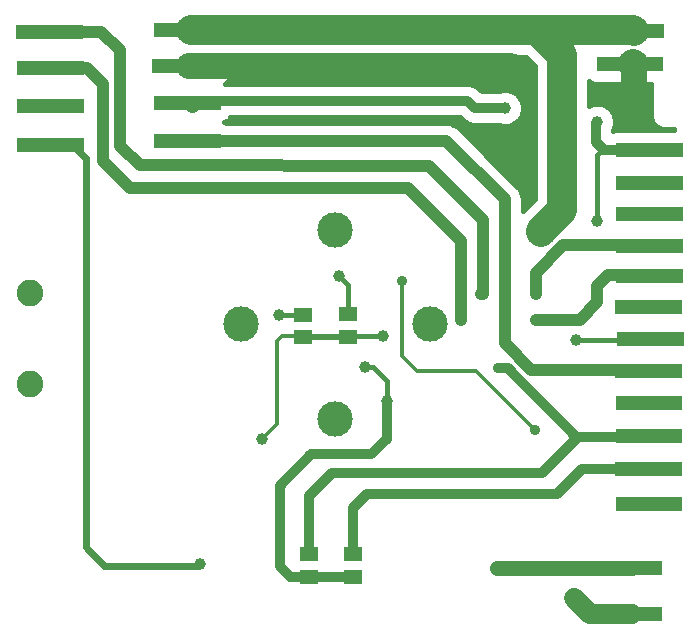
<source format=gbr>
G04 #@! TF.FileFunction,Copper,L1,Top,Signal*
%FSLAX46Y46*%
G04 Gerber Fmt 4.6, Leading zero omitted, Abs format (unit mm)*
G04 Created by KiCad (PCBNEW 4.0.6) date 05/08/17 07:17:45*
%MOMM*%
%LPD*%
G01*
G04 APERTURE LIST*
%ADD10C,0.100000*%
%ADD11R,1.500000X1.300000*%
%ADD12C,1.100000*%
%ADD13R,0.635000X1.270000*%
%ADD14C,3.000000*%
%ADD15C,0.906400*%
%ADD16C,2.250000*%
%ADD17C,1.006400*%
%ADD18C,1.016000*%
%ADD19C,0.406400*%
%ADD20C,2.540000*%
%ADD21C,0.304800*%
%ADD22C,0.812800*%
%ADD23C,1.270000*%
%ADD24C,2.184400*%
%ADD25C,0.609600*%
%ADD26C,1.676400*%
%ADD27C,0.350000*%
G04 APERTURE END LIST*
D10*
D11*
X115471300Y-104449900D03*
X115471300Y-106349900D03*
D12*
X145062300Y-90490100D03*
D13*
X145443300Y-90490100D03*
X146078300Y-90490100D03*
X144808300Y-90490100D03*
X144173300Y-90490100D03*
X143538300Y-90490100D03*
X146675200Y-90490100D03*
X147272100Y-90490100D03*
X142916000Y-90490100D03*
X142293700Y-90490100D03*
D12*
X143452700Y-80411500D03*
D13*
X143833700Y-80411500D03*
X144468700Y-80411500D03*
X143198700Y-80411500D03*
X142563700Y-80411500D03*
X141928700Y-80411500D03*
X145065600Y-80411500D03*
X145662500Y-80411500D03*
X141306400Y-80411500D03*
X140684100Y-80411500D03*
D12*
X145138500Y-106466700D03*
D13*
X145519500Y-106466700D03*
X146154500Y-106466700D03*
X144884500Y-106466700D03*
X144249500Y-106466700D03*
X143614500Y-106466700D03*
X146751400Y-106466700D03*
X147348300Y-106466700D03*
X142992200Y-106466700D03*
X142369900Y-106466700D03*
D12*
X145011500Y-109235300D03*
D13*
X145392500Y-109235300D03*
X146027500Y-109235300D03*
X144757500Y-109235300D03*
X144122500Y-109235300D03*
X143487500Y-109235300D03*
X146624400Y-109235300D03*
X147221300Y-109235300D03*
X142865200Y-109235300D03*
X142242900Y-109235300D03*
D12*
X145062300Y-95900300D03*
D13*
X145443300Y-95900300D03*
X146078300Y-95900300D03*
X144808300Y-95900300D03*
X144173300Y-95900300D03*
X143538300Y-95900300D03*
X146675200Y-95900300D03*
X147272100Y-95900300D03*
X142916000Y-95900300D03*
X142293700Y-95900300D03*
D12*
X145036900Y-120512900D03*
D13*
X145417900Y-120512900D03*
X146052900Y-120512900D03*
X144782900Y-120512900D03*
X144147900Y-120512900D03*
X143512900Y-120512900D03*
X146649800Y-120512900D03*
X147246700Y-120512900D03*
X142890600Y-120512900D03*
X142268300Y-120512900D03*
D12*
X145011500Y-103799700D03*
D13*
X145392500Y-103799700D03*
X146027500Y-103799700D03*
X144757500Y-103799700D03*
X144122500Y-103799700D03*
X143487500Y-103799700D03*
X146624400Y-103799700D03*
X147221300Y-103799700D03*
X142865200Y-103799700D03*
X142242900Y-103799700D03*
D12*
X145036900Y-111902300D03*
D13*
X145417900Y-111902300D03*
X146052900Y-111902300D03*
X144782900Y-111902300D03*
X144147900Y-111902300D03*
X143512900Y-111902300D03*
X146649800Y-111902300D03*
X147246700Y-111902300D03*
X142890600Y-111902300D03*
X142268300Y-111902300D03*
D12*
X145036900Y-114696300D03*
D13*
X145417900Y-114696300D03*
X146052900Y-114696300D03*
X144782900Y-114696300D03*
X144147900Y-114696300D03*
X143512900Y-114696300D03*
X146649800Y-114696300D03*
X147246700Y-114696300D03*
X142890600Y-114696300D03*
X142268300Y-114696300D03*
D12*
X145062300Y-98592700D03*
D13*
X145443300Y-98592700D03*
X146078300Y-98592700D03*
X144808300Y-98592700D03*
X144173300Y-98592700D03*
X143538300Y-98592700D03*
X146675200Y-98592700D03*
X147272100Y-98592700D03*
X142916000Y-98592700D03*
X142293700Y-98592700D03*
D12*
X143308700Y-129776100D03*
D13*
X143689700Y-129776100D03*
X144324700Y-129776100D03*
X143054700Y-129776100D03*
X142419700Y-129776100D03*
X141784700Y-129776100D03*
X144921600Y-129776100D03*
X145518500Y-129776100D03*
X141162400Y-129776100D03*
X140540100Y-129776100D03*
D12*
X143351700Y-125931900D03*
D13*
X143732700Y-125931900D03*
X144367700Y-125931900D03*
X143097700Y-125931900D03*
X142462700Y-125931900D03*
X141827700Y-125931900D03*
X144964600Y-125931900D03*
X145561500Y-125931900D03*
X141205400Y-125931900D03*
X140583100Y-125931900D03*
D12*
X145087700Y-93309500D03*
D13*
X145468700Y-93309500D03*
X146103700Y-93309500D03*
X144833700Y-93309500D03*
X144198700Y-93309500D03*
X143563700Y-93309500D03*
X146700600Y-93309500D03*
X147297500Y-93309500D03*
X142941400Y-93309500D03*
X142319100Y-93309500D03*
D11*
X119281300Y-106324500D03*
X119281300Y-104424500D03*
D12*
X143426900Y-83259900D03*
D13*
X143807900Y-83259900D03*
X144442900Y-83259900D03*
X143172900Y-83259900D03*
X142537900Y-83259900D03*
X141902900Y-83259900D03*
X145039800Y-83259900D03*
X145636700Y-83259900D03*
X141280600Y-83259900D03*
X140658300Y-83259900D03*
D12*
X145011500Y-117490300D03*
D13*
X145392500Y-117490300D03*
X146027500Y-117490300D03*
X144757500Y-117490300D03*
X144122500Y-117490300D03*
X143487500Y-117490300D03*
X146624400Y-117490300D03*
X147221300Y-117490300D03*
X142865200Y-117490300D03*
X142242900Y-117490300D03*
D12*
X145087700Y-101158100D03*
D13*
X145468700Y-101158100D03*
X146103700Y-101158100D03*
X144833700Y-101158100D03*
X144198700Y-101158100D03*
X143563700Y-101158100D03*
X146700600Y-101158100D03*
X147297500Y-101158100D03*
X142941400Y-101158100D03*
X142319100Y-101158100D03*
D11*
X119741100Y-124714900D03*
X119741100Y-126614900D03*
X116019500Y-124722300D03*
X116019500Y-126622300D03*
D12*
X105812100Y-83378900D03*
D13*
X106193100Y-83378900D03*
X106828100Y-83378900D03*
X105558100Y-83378900D03*
X104923100Y-83378900D03*
X104288100Y-83378900D03*
X107425000Y-83378900D03*
X108021900Y-83378900D03*
X103665800Y-83378900D03*
X103043500Y-83378900D03*
D12*
X105967100Y-80342900D03*
D13*
X106348100Y-80342900D03*
X106983100Y-80342900D03*
X105713100Y-80342900D03*
X105078100Y-80342900D03*
X104443100Y-80342900D03*
X107580000Y-80342900D03*
X108176900Y-80342900D03*
X103820800Y-80342900D03*
X103198500Y-80342900D03*
D12*
X94338100Y-86737900D03*
D13*
X94719100Y-86737900D03*
X95354100Y-86737900D03*
X94084100Y-86737900D03*
X93449100Y-86737900D03*
X92814100Y-86737900D03*
X95951000Y-86737900D03*
X96547900Y-86737900D03*
X92191800Y-86737900D03*
X91569500Y-86737900D03*
D12*
X94371100Y-90044900D03*
D13*
X94752100Y-90044900D03*
X95387100Y-90044900D03*
X94117100Y-90044900D03*
X93482100Y-90044900D03*
X92847100Y-90044900D03*
X95984000Y-90044900D03*
X96580900Y-90044900D03*
X92224800Y-90044900D03*
X91602500Y-90044900D03*
D12*
X105967100Y-86521900D03*
D13*
X106348100Y-86521900D03*
X106983100Y-86521900D03*
X105713100Y-86521900D03*
X105078100Y-86521900D03*
X104443100Y-86521900D03*
X107580000Y-86521900D03*
X108176900Y-86521900D03*
X103820800Y-86521900D03*
X103198500Y-86521900D03*
D12*
X94313100Y-80550900D03*
D13*
X94694100Y-80550900D03*
X95329100Y-80550900D03*
X94059100Y-80550900D03*
X93424100Y-80550900D03*
X92789100Y-80550900D03*
X95926000Y-80550900D03*
X96522900Y-80550900D03*
X92166800Y-80550900D03*
X91544500Y-80550900D03*
D12*
X94363100Y-83584900D03*
D13*
X94744100Y-83584900D03*
X95379100Y-83584900D03*
X94109100Y-83584900D03*
X93474100Y-83584900D03*
X92839100Y-83584900D03*
X95976000Y-83584900D03*
X96572900Y-83584900D03*
X92216800Y-83584900D03*
X91594500Y-83584900D03*
D12*
X105966100Y-89744900D03*
D13*
X106347100Y-89744900D03*
X106982100Y-89744900D03*
X105712100Y-89744900D03*
X105077100Y-89744900D03*
X104442100Y-89744900D03*
X107579000Y-89744900D03*
X108175900Y-89744900D03*
X103819800Y-89744900D03*
X103197500Y-89744900D03*
D14*
X110188100Y-105272900D03*
X118189100Y-97246500D03*
X126190100Y-105272900D03*
X118189100Y-113273900D03*
D15*
X130537100Y-102733900D03*
X135177100Y-102659900D03*
D16*
X92380100Y-102598900D03*
X92380100Y-110332900D03*
D17*
X113439300Y-104460100D03*
X135635100Y-97457900D03*
X122283100Y-106286900D03*
X111981600Y-114983400D03*
X122574700Y-111757100D03*
X120703700Y-108898100D03*
X140374100Y-88103900D03*
X132582100Y-86962900D03*
X140328100Y-96544900D03*
X138565700Y-106575300D03*
X143477100Y-86995900D03*
X133095100Y-83372900D03*
X94338100Y-86737900D03*
X138389100Y-128427900D03*
X106777100Y-125512900D03*
X131899100Y-125928900D03*
X118493900Y-101132700D03*
D15*
X131971100Y-108993900D03*
X123822100Y-101563900D03*
X135072100Y-114230900D03*
X138812100Y-117792900D03*
X128828100Y-104896900D03*
X135177100Y-104854900D03*
D18*
X105966100Y-89744900D02*
X127607100Y-89744900D01*
X127607100Y-89744900D02*
X132550100Y-94687900D01*
X132550100Y-94687900D02*
X132550100Y-106833900D01*
X132550100Y-106833900D02*
X134813100Y-109096900D01*
X134813100Y-109096900D02*
X144873100Y-109096900D01*
X144873100Y-109096900D02*
X145011500Y-109235300D01*
X94313100Y-80550900D02*
X98365100Y-80550900D01*
X98365100Y-80550900D02*
X99996100Y-82035900D01*
X99996100Y-82035900D02*
X99996100Y-90156900D01*
X99996100Y-90156900D02*
X101675100Y-91761900D01*
X101675100Y-91761900D02*
X126118100Y-91835900D01*
X126118100Y-91835900D02*
X130716100Y-96466900D01*
X130716100Y-96466900D02*
X130697100Y-102682900D01*
X130697100Y-102682900D02*
X130537100Y-102733900D01*
X135177100Y-102659900D02*
X135177100Y-100900900D01*
X135177100Y-100900900D02*
X137513100Y-98564900D01*
X137513100Y-98564900D02*
X145034500Y-98564900D01*
X145034500Y-98564900D02*
X145062300Y-98592700D01*
D19*
X115471300Y-104449900D02*
X113474900Y-104449900D01*
X113474900Y-104449900D02*
X113439300Y-104460100D01*
X115496700Y-106324500D02*
X115471300Y-106349900D01*
X115496700Y-106324500D02*
X119281300Y-106324500D01*
D20*
X105967100Y-80342900D02*
X135271100Y-80342900D01*
X135271100Y-80342900D02*
X143384100Y-80342900D01*
X143384100Y-80342900D02*
X143452700Y-80411500D01*
X135635100Y-97457900D02*
X135635100Y-97363900D01*
X135635100Y-97363900D02*
X137412100Y-95586900D01*
X137412100Y-95586900D02*
X137412100Y-82483900D01*
X137412100Y-82483900D02*
X135271100Y-80342900D01*
D21*
X119281300Y-106324500D02*
X122245500Y-106324500D01*
X122245500Y-106324500D02*
X122283100Y-106286900D01*
X122283100Y-106286900D02*
X113649100Y-106286900D01*
X113649100Y-106286900D02*
X113262100Y-106673900D01*
X113262100Y-106673900D02*
X113262100Y-113702900D01*
X113262100Y-113702900D02*
X111981600Y-114983400D01*
D22*
X119741100Y-126614900D02*
X116026900Y-126614900D01*
X116026900Y-126614900D02*
X116019500Y-126622300D01*
X119741100Y-126614900D02*
X114357100Y-126614900D01*
X114357100Y-126614900D02*
X113483100Y-125740900D01*
X113483100Y-125740900D02*
X113483100Y-118979900D01*
X113483100Y-118979900D02*
X116187100Y-116240900D01*
X116187100Y-116240900D02*
X121248100Y-116240900D01*
X121248100Y-116240900D02*
X122543100Y-114992900D01*
X122543100Y-114992900D02*
X122543100Y-112197500D01*
X122543100Y-112197500D02*
X122574700Y-111757100D01*
X119514100Y-126841900D02*
X119741100Y-126614900D01*
D23*
X106099100Y-86653900D02*
X105967100Y-86521900D01*
D19*
X120703700Y-108898100D02*
X121437300Y-108898100D01*
X121437300Y-108898100D02*
X122599100Y-110059900D01*
X122599100Y-110059900D02*
X122599100Y-111732700D01*
X122599100Y-111732700D02*
X122574700Y-111757100D01*
D22*
X145062300Y-90490100D02*
X140981300Y-90490100D01*
X140981300Y-90490100D02*
X140876100Y-90384900D01*
X140876100Y-90384900D02*
X140283100Y-89791900D01*
X140283100Y-89791900D02*
X140283100Y-88194900D01*
X140283100Y-88194900D02*
X140374100Y-88103900D01*
X132582100Y-86962900D02*
X130031100Y-86962900D01*
X130031100Y-86962900D02*
X129393100Y-86324900D01*
X129393100Y-86324900D02*
X106164100Y-86324900D01*
X106164100Y-86324900D02*
X105967100Y-86521900D01*
D19*
X140328100Y-96544900D02*
X140328100Y-90932900D01*
X140328100Y-90932900D02*
X140876100Y-90384900D01*
X138565700Y-106575300D02*
X145036900Y-106568300D01*
X145036900Y-106568300D02*
X145138500Y-106466700D01*
D24*
X143477100Y-86995900D02*
X143477100Y-83310100D01*
D20*
X143477100Y-83310100D02*
X143426900Y-83259900D01*
D24*
X105812100Y-83378900D02*
X133089100Y-83378900D01*
X133089100Y-83378900D02*
X133095100Y-83372900D01*
D25*
X94338100Y-86737900D02*
X95704100Y-86737900D01*
X95704100Y-86737900D02*
X95788100Y-86653900D01*
X95788100Y-86653900D02*
X94422100Y-86653900D01*
X94422100Y-86653900D02*
X94338100Y-86737900D01*
D26*
X143308700Y-129776100D02*
X139737300Y-129776100D01*
X139737300Y-129776100D02*
X138389100Y-128427900D01*
D25*
X94371100Y-90044900D02*
X95911100Y-90044900D01*
X95911100Y-90044900D02*
X97063100Y-91196900D01*
X97063100Y-91196900D02*
X97063100Y-124134900D01*
X97063100Y-124134900D02*
X98638100Y-125709900D01*
X98638100Y-125709900D02*
X106580100Y-125709900D01*
X106580100Y-125709900D02*
X106777100Y-125512900D01*
D23*
X143351700Y-125931900D02*
X131902100Y-125931900D01*
X131902100Y-125931900D02*
X131899100Y-125928900D01*
D19*
X119281300Y-104424500D02*
X119281300Y-101920100D01*
X119281300Y-101920100D02*
X118493900Y-101132700D01*
D22*
X116019500Y-124722300D02*
X116019500Y-119788500D01*
X116019500Y-119788500D02*
X117923100Y-117884900D01*
X117923100Y-117884900D02*
X135676100Y-117884900D01*
X135676100Y-117884900D02*
X138691600Y-114869400D01*
X138691600Y-114869400D02*
X138782100Y-114778900D01*
X138782100Y-114778900D02*
X144954300Y-114778900D01*
X144954300Y-114778900D02*
X145036900Y-114696300D01*
X131971100Y-108993900D02*
X132816100Y-108993900D01*
X132816100Y-108993900D02*
X138691600Y-114869400D01*
X119741100Y-124714900D02*
X119741100Y-120811900D01*
X119741100Y-120811900D02*
X120902100Y-119650900D01*
X120902100Y-119650900D02*
X136954100Y-119650900D01*
X136954100Y-119650900D02*
X138812100Y-117792900D01*
X138812100Y-117792900D02*
X139086100Y-117518900D01*
X139086100Y-117518900D02*
X144982900Y-117518900D01*
X144982900Y-117518900D02*
X145011500Y-117490300D01*
D27*
X123822100Y-101563900D02*
X123822100Y-107959900D01*
X123822100Y-107959900D02*
X125099100Y-109236900D01*
X125099100Y-109236900D02*
X130078100Y-109236900D01*
X130078100Y-109236900D02*
X135072100Y-114230900D01*
D18*
X94363100Y-83584900D02*
X97160100Y-83584900D01*
X97160100Y-83584900D02*
X98536100Y-84887900D01*
X98536100Y-84887900D02*
X98536100Y-91474900D01*
X98536100Y-91474900D02*
X100799100Y-93737900D01*
X100799100Y-93737900D02*
X124366100Y-93737900D01*
X124366100Y-93737900D02*
X128827100Y-98198900D01*
X128827100Y-98198900D02*
X128827100Y-103247900D01*
X128827100Y-103247900D02*
X128828100Y-104896900D01*
X135177100Y-104854900D02*
X138897100Y-104854900D01*
X138897100Y-104854900D02*
X140360100Y-103391900D01*
X140360100Y-103391900D02*
X140360100Y-101999900D01*
X140360100Y-101999900D02*
X141309100Y-101050900D01*
X141309100Y-101050900D02*
X145194900Y-101050900D01*
X146053100Y-101050900D02*
X145194900Y-101050900D01*
X145194900Y-101050900D02*
X145087700Y-101158100D01*
D19*
G36*
X135126100Y-83430792D02*
X135126100Y-94640008D01*
X134074100Y-95692008D01*
X134074100Y-94687900D01*
X134060362Y-94547785D01*
X134048094Y-94407559D01*
X134045858Y-94399863D01*
X134045076Y-94391887D01*
X134004382Y-94257102D01*
X133965112Y-94121936D01*
X133961425Y-94114823D01*
X133959108Y-94107149D01*
X133893010Y-93982837D01*
X133828234Y-93857870D01*
X133823235Y-93851607D01*
X133819472Y-93844531D01*
X133730451Y-93735381D01*
X133642671Y-93625421D01*
X133631680Y-93614274D01*
X133631486Y-93614037D01*
X133631266Y-93613855D01*
X133627731Y-93610270D01*
X128684731Y-88667269D01*
X128575935Y-88577903D01*
X128468110Y-88487427D01*
X128461087Y-88483566D01*
X128454895Y-88478480D01*
X128330833Y-88411959D01*
X128207467Y-88344138D01*
X128199829Y-88341715D01*
X128192766Y-88337928D01*
X128058149Y-88296771D01*
X127923957Y-88254203D01*
X127915992Y-88253310D01*
X127908330Y-88250967D01*
X127768250Y-88236738D01*
X127628378Y-88221049D01*
X127612719Y-88220939D01*
X127612420Y-88220909D01*
X127612142Y-88220935D01*
X127607100Y-88220900D01*
X108980797Y-88220900D01*
X108777820Y-88129404D01*
X108773047Y-88128726D01*
X108930614Y-88079930D01*
X109170494Y-87921860D01*
X109319270Y-87747300D01*
X128803922Y-87747300D01*
X129025311Y-87968689D01*
X129126869Y-88052109D01*
X129227491Y-88136541D01*
X129234044Y-88140144D01*
X129239825Y-88144892D01*
X129355610Y-88206975D01*
X129470757Y-88270278D01*
X129477889Y-88272540D01*
X129484479Y-88276074D01*
X129610086Y-88314476D01*
X129735366Y-88354217D01*
X129742802Y-88355051D01*
X129749952Y-88357237D01*
X129880640Y-88370512D01*
X130011240Y-88385161D01*
X130025863Y-88385263D01*
X130026135Y-88385291D01*
X130026389Y-88385267D01*
X130031100Y-88385300D01*
X132042993Y-88385300D01*
X132110370Y-88414736D01*
X132401350Y-88478712D01*
X132699216Y-88484952D01*
X132992620Y-88433217D01*
X133270388Y-88325478D01*
X133521939Y-88165839D01*
X133737692Y-87960380D01*
X133909428Y-87716927D01*
X134030608Y-87444754D01*
X134096614Y-87154228D01*
X134101365Y-86813935D01*
X134043497Y-86521678D01*
X133929965Y-86246228D01*
X133765092Y-85998075D01*
X133555160Y-85786672D01*
X133308165Y-85620072D01*
X133033513Y-85504619D01*
X132741668Y-85444712D01*
X132443745Y-85442632D01*
X132151091Y-85498458D01*
X132047034Y-85540500D01*
X130620278Y-85540500D01*
X130398889Y-85319111D01*
X130297304Y-85235668D01*
X130196709Y-85151259D01*
X130190159Y-85147658D01*
X130184375Y-85142907D01*
X130068551Y-85080803D01*
X129953443Y-85017522D01*
X129946311Y-85015260D01*
X129939721Y-85011726D01*
X129814114Y-84973324D01*
X129688834Y-84933583D01*
X129681398Y-84932749D01*
X129674248Y-84930563D01*
X129543560Y-84917288D01*
X129412960Y-84902639D01*
X129398337Y-84902537D01*
X129398065Y-84902509D01*
X129397811Y-84902533D01*
X129393100Y-84902500D01*
X108827863Y-84902500D01*
X109015494Y-84778860D01*
X109201840Y-84560219D01*
X109319896Y-84298320D01*
X109360315Y-84013900D01*
X109360315Y-82743900D01*
X109351145Y-82628900D01*
X134324208Y-82628900D01*
X135126100Y-83430792D01*
X135126100Y-83430792D01*
G37*
X135126100Y-83430792D02*
X135126100Y-94640008D01*
X134074100Y-95692008D01*
X134074100Y-94687900D01*
X134060362Y-94547785D01*
X134048094Y-94407559D01*
X134045858Y-94399863D01*
X134045076Y-94391887D01*
X134004382Y-94257102D01*
X133965112Y-94121936D01*
X133961425Y-94114823D01*
X133959108Y-94107149D01*
X133893010Y-93982837D01*
X133828234Y-93857870D01*
X133823235Y-93851607D01*
X133819472Y-93844531D01*
X133730451Y-93735381D01*
X133642671Y-93625421D01*
X133631680Y-93614274D01*
X133631486Y-93614037D01*
X133631266Y-93613855D01*
X133627731Y-93610270D01*
X128684731Y-88667269D01*
X128575935Y-88577903D01*
X128468110Y-88487427D01*
X128461087Y-88483566D01*
X128454895Y-88478480D01*
X128330833Y-88411959D01*
X128207467Y-88344138D01*
X128199829Y-88341715D01*
X128192766Y-88337928D01*
X128058149Y-88296771D01*
X127923957Y-88254203D01*
X127915992Y-88253310D01*
X127908330Y-88250967D01*
X127768250Y-88236738D01*
X127628378Y-88221049D01*
X127612719Y-88220939D01*
X127612420Y-88220909D01*
X127612142Y-88220935D01*
X127607100Y-88220900D01*
X108980797Y-88220900D01*
X108777820Y-88129404D01*
X108773047Y-88128726D01*
X108930614Y-88079930D01*
X109170494Y-87921860D01*
X109319270Y-87747300D01*
X128803922Y-87747300D01*
X129025311Y-87968689D01*
X129126869Y-88052109D01*
X129227491Y-88136541D01*
X129234044Y-88140144D01*
X129239825Y-88144892D01*
X129355610Y-88206975D01*
X129470757Y-88270278D01*
X129477889Y-88272540D01*
X129484479Y-88276074D01*
X129610086Y-88314476D01*
X129735366Y-88354217D01*
X129742802Y-88355051D01*
X129749952Y-88357237D01*
X129880640Y-88370512D01*
X130011240Y-88385161D01*
X130025863Y-88385263D01*
X130026135Y-88385291D01*
X130026389Y-88385267D01*
X130031100Y-88385300D01*
X132042993Y-88385300D01*
X132110370Y-88414736D01*
X132401350Y-88478712D01*
X132699216Y-88484952D01*
X132992620Y-88433217D01*
X133270388Y-88325478D01*
X133521939Y-88165839D01*
X133737692Y-87960380D01*
X133909428Y-87716927D01*
X134030608Y-87444754D01*
X134096614Y-87154228D01*
X134101365Y-86813935D01*
X134043497Y-86521678D01*
X133929965Y-86246228D01*
X133765092Y-85998075D01*
X133555160Y-85786672D01*
X133308165Y-85620072D01*
X133033513Y-85504619D01*
X132741668Y-85444712D01*
X132443745Y-85442632D01*
X132151091Y-85498458D01*
X132047034Y-85540500D01*
X130620278Y-85540500D01*
X130398889Y-85319111D01*
X130297304Y-85235668D01*
X130196709Y-85151259D01*
X130190159Y-85147658D01*
X130184375Y-85142907D01*
X130068551Y-85080803D01*
X129953443Y-85017522D01*
X129946311Y-85015260D01*
X129939721Y-85011726D01*
X129814114Y-84973324D01*
X129688834Y-84933583D01*
X129681398Y-84932749D01*
X129674248Y-84930563D01*
X129543560Y-84917288D01*
X129412960Y-84902639D01*
X129398337Y-84902537D01*
X129398065Y-84902509D01*
X129397811Y-84902533D01*
X129393100Y-84902500D01*
X108827863Y-84902500D01*
X109015494Y-84778860D01*
X109201840Y-84560219D01*
X109319896Y-84298320D01*
X109360315Y-84013900D01*
X109360315Y-82743900D01*
X109351145Y-82628900D01*
X134324208Y-82628900D01*
X135126100Y-83430792D01*
G36*
X139794481Y-84757340D02*
X140056380Y-84875396D01*
X140340800Y-84915815D01*
X144939067Y-84915815D01*
X144928508Y-87634463D01*
X144938278Y-87738253D01*
X144947597Y-87841936D01*
X144948246Y-87844152D01*
X144948463Y-87846452D01*
X144978174Y-87946258D01*
X145007486Y-88046266D01*
X145008555Y-88048316D01*
X145009213Y-88050527D01*
X145057712Y-88142600D01*
X145105923Y-88235071D01*
X145107370Y-88236874D01*
X145108445Y-88238916D01*
X145173964Y-88319890D01*
X145239158Y-88401162D01*
X145240925Y-88402648D01*
X145242378Y-88404444D01*
X145322382Y-88471153D01*
X145402116Y-88538210D01*
X145404140Y-88539326D01*
X145405913Y-88540804D01*
X145497316Y-88590685D01*
X145588589Y-88640996D01*
X145590790Y-88641697D01*
X145592817Y-88642803D01*
X145692227Y-88673999D01*
X145791476Y-88705605D01*
X145793769Y-88705865D01*
X145795975Y-88706557D01*
X145899506Y-88717845D01*
X146003048Y-88729576D01*
X146007429Y-88729611D01*
X146007646Y-88729635D01*
X146007876Y-88729615D01*
X146018281Y-88729699D01*
X146901158Y-88730685D01*
X146901468Y-88834185D01*
X141976200Y-88834185D01*
X141814406Y-88847087D01*
X141705500Y-88880813D01*
X141705500Y-88848781D01*
X141822608Y-88585754D01*
X141888614Y-88295228D01*
X141893365Y-87954935D01*
X141835497Y-87662678D01*
X141721965Y-87387228D01*
X141557092Y-87139075D01*
X141347160Y-86927672D01*
X141100165Y-86761072D01*
X140825513Y-86645619D01*
X140533668Y-86585712D01*
X140235745Y-86583632D01*
X139943091Y-86639458D01*
X139698100Y-86738441D01*
X139698100Y-84675195D01*
X139794481Y-84757340D01*
X139794481Y-84757340D01*
G37*
X139794481Y-84757340D02*
X140056380Y-84875396D01*
X140340800Y-84915815D01*
X144939067Y-84915815D01*
X144928508Y-87634463D01*
X144938278Y-87738253D01*
X144947597Y-87841936D01*
X144948246Y-87844152D01*
X144948463Y-87846452D01*
X144978174Y-87946258D01*
X145007486Y-88046266D01*
X145008555Y-88048316D01*
X145009213Y-88050527D01*
X145057712Y-88142600D01*
X145105923Y-88235071D01*
X145107370Y-88236874D01*
X145108445Y-88238916D01*
X145173964Y-88319890D01*
X145239158Y-88401162D01*
X145240925Y-88402648D01*
X145242378Y-88404444D01*
X145322382Y-88471153D01*
X145402116Y-88538210D01*
X145404140Y-88539326D01*
X145405913Y-88540804D01*
X145497316Y-88590685D01*
X145588589Y-88640996D01*
X145590790Y-88641697D01*
X145592817Y-88642803D01*
X145692227Y-88673999D01*
X145791476Y-88705605D01*
X145793769Y-88705865D01*
X145795975Y-88706557D01*
X145899506Y-88717845D01*
X146003048Y-88729576D01*
X146007429Y-88729611D01*
X146007646Y-88729635D01*
X146007876Y-88729615D01*
X146018281Y-88729699D01*
X146901158Y-88730685D01*
X146901468Y-88834185D01*
X141976200Y-88834185D01*
X141814406Y-88847087D01*
X141705500Y-88880813D01*
X141705500Y-88848781D01*
X141822608Y-88585754D01*
X141888614Y-88295228D01*
X141893365Y-87954935D01*
X141835497Y-87662678D01*
X141721965Y-87387228D01*
X141557092Y-87139075D01*
X141347160Y-86927672D01*
X141100165Y-86761072D01*
X140825513Y-86645619D01*
X140533668Y-86585712D01*
X140235745Y-86583632D01*
X139943091Y-86639458D01*
X139698100Y-86738441D01*
X139698100Y-84675195D01*
X139794481Y-84757340D01*
M02*

</source>
